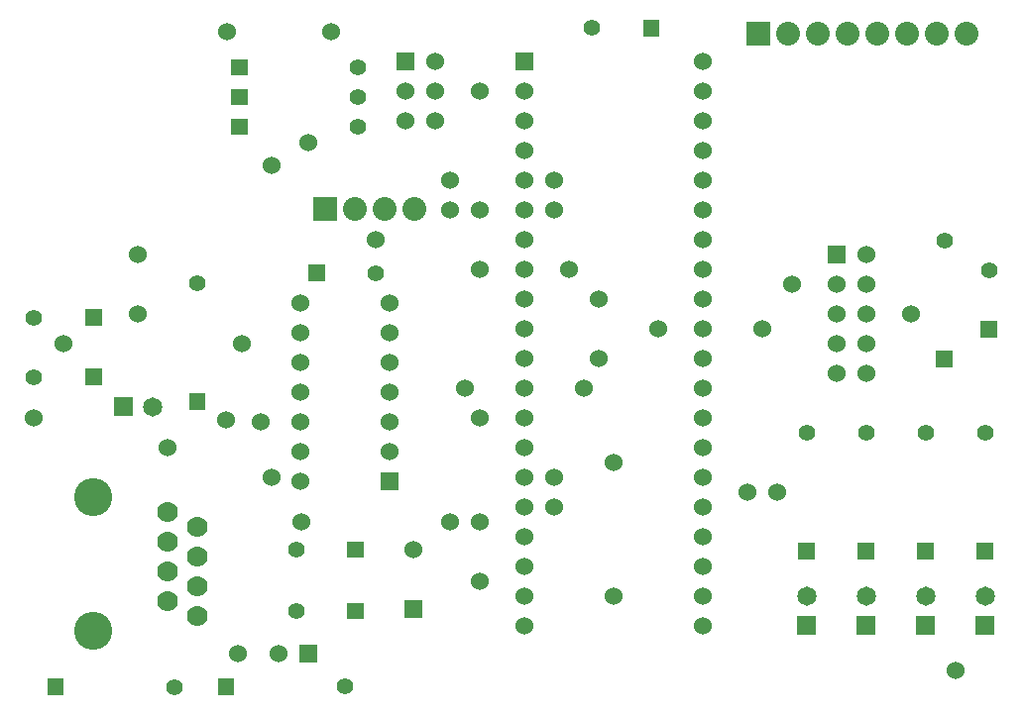
<source format=gbr>
G04 start of page 7 for group 5 idx 5 *
G04 Title: (unknown), signal1 *
G04 Creator: pcb 20100929 *
G04 CreationDate: Thu 24 Nov 2011 04:56:09 PM GMT UTC *
G04 For: andy *
G04 Format: Gerber/RS-274X *
G04 PCB-Dimensions: 346457 244094 *
G04 PCB-Coordinate-Origin: lower left *
%MOIN*%
%FSLAX25Y25*%
%LNGROUP5*%
%ADD13C,0.0200*%
%ADD14C,0.0550*%
%ADD15C,0.0800*%
%ADD16C,0.0600*%
%ADD17C,0.0700*%
%ADD18C,0.1280*%
%ADD19C,0.0650*%
%ADD24C,0.0300*%
%ADD25C,0.0150*%
%ADD26C,0.0380*%
%ADD27C,0.0430*%
%ADD28C,0.0280*%
%ADD29C,0.0350*%
G54D13*G36*
X76502Y199639D02*Y194139D01*
X82002D01*
Y199639D01*
X76502D01*
G37*
G54D14*X119252Y196889D03*
G54D13*G36*
X104110Y173291D02*Y165291D01*
X112110D01*
Y173291D01*
X104110D01*
G37*
G54D15*X118110Y169291D03*
X128110D03*
X138110D03*
G54D13*G36*
X76502Y209639D02*Y204139D01*
X82002D01*
Y209639D01*
X76502D01*
G37*
G54D14*X119252Y206889D03*
G54D16*X135000Y209094D03*
X145000D03*
X135000Y199094D03*
X145000D03*
G54D13*G36*
X76502Y219639D02*Y214139D01*
X82002D01*
Y219639D01*
X76502D01*
G37*
G54D14*X119252Y216889D03*
G54D13*G36*
X132000Y222094D02*Y216094D01*
X138000D01*
Y222094D01*
X132000D01*
G37*
G54D16*X145000Y219094D03*
G54D17*X55118Y67243D03*
X65118Y62243D03*
X55118Y57243D03*
G54D18*X30118Y72243D03*
G54D13*G36*
X27486Y135505D02*Y130005D01*
X32986D01*
Y135505D01*
X27486D01*
G37*
G54D14*X10236Y132755D03*
G54D13*G36*
X27486Y115505D02*Y110005D01*
X32986D01*
Y115505D01*
X27486D01*
G37*
G54D14*X10236Y112755D03*
G54D18*X30118Y27243D03*
G54D13*G36*
X14691Y11182D02*Y5682D01*
X20191D01*
Y11182D01*
X14691D01*
G37*
G54D14*X57441Y8432D03*
G54D13*G36*
X36986Y106005D02*Y99505D01*
X43486D01*
Y106005D01*
X36986D01*
G37*
G54D19*X50236Y102755D03*
G54D13*G36*
X62367Y107198D02*Y101698D01*
X67867D01*
Y107198D01*
X62367D01*
G37*
G54D14*X65117Y144448D03*
G54D13*G36*
X134636Y37645D02*Y31645D01*
X140636D01*
Y37645D01*
X134636D01*
G37*
G54D16*X137636Y54645D03*
G54D13*G36*
X115596Y36647D02*Y31147D01*
X121096D01*
Y36647D01*
X115596D01*
G37*
G54D17*X65118Y52243D03*
X55118Y47243D03*
X65118Y42243D03*
X55118Y37243D03*
X65118Y32243D03*
G54D14*X98346Y33897D03*
G54D13*G36*
X115596Y57395D02*Y51895D01*
X121096D01*
Y57395D01*
X115596D01*
G37*
G54D14*X98346Y54645D03*
G54D13*G36*
X126842Y80519D02*Y74519D01*
X132842D01*
Y80519D01*
X126842D01*
G37*
G54D16*X99842Y77519D03*
G54D13*G36*
X99362Y22685D02*Y16685D01*
X105362D01*
Y22685D01*
X99362D01*
G37*
G54D14*X114803Y8511D03*
G54D16*X92362Y19685D03*
G54D13*G36*
X72053Y11261D02*Y5761D01*
X77553D01*
Y11261D01*
X72053D01*
G37*
G54D16*X129842Y87519D03*
Y97519D03*
Y107519D03*
Y117519D03*
Y127519D03*
Y137519D03*
X99842D03*
Y127519D03*
G54D13*G36*
X102486Y150505D02*Y145005D01*
X107986D01*
Y150505D01*
X102486D01*
G37*
G54D14*X125236Y147755D03*
G54D16*X99842Y117519D03*
Y107519D03*
Y97519D03*
Y87519D03*
G54D14*X270000Y94094D03*
G54D13*G36*
X277000Y157094D02*Y151094D01*
X283000D01*
Y157094D01*
X277000D01*
G37*
G54D16*X290000Y154094D03*
X280000Y144094D03*
Y134094D03*
Y124094D03*
Y114094D03*
X290000Y144094D03*
Y134094D03*
Y124094D03*
Y114094D03*
G54D13*G36*
X286750Y32344D02*Y25844D01*
X293250D01*
Y32344D01*
X286750D01*
G37*
G54D19*X290000Y39094D03*
G54D13*G36*
X287250Y56844D02*Y51344D01*
X292750D01*
Y56844D01*
X287250D01*
G37*
G36*
X327250D02*Y51344D01*
X332750D01*
Y56844D01*
X327250D01*
G37*
G36*
X326750Y32344D02*Y25844D01*
X333250D01*
Y32344D01*
X326750D01*
G37*
G54D19*X330000Y39094D03*
G54D13*G36*
X328549Y131490D02*Y125990D01*
X334049D01*
Y131490D01*
X328549D01*
G37*
G54D14*X331299Y148740D03*
X330000Y94094D03*
X310000D03*
X290000D03*
G54D13*G36*
X307250Y56844D02*Y51344D01*
X312750D01*
Y56844D01*
X307250D01*
G37*
G36*
X313549Y121490D02*Y115990D01*
X319049D01*
Y121490D01*
X313549D01*
G37*
G54D14*X316299Y158740D03*
G54D13*G36*
X306750Y32344D02*Y25844D01*
X313250D01*
Y32344D01*
X306750D01*
G37*
G54D19*X310000Y39094D03*
G54D13*G36*
X266750Y32344D02*Y25844D01*
X273250D01*
Y32344D01*
X266750D01*
G37*
G54D19*X270000Y39094D03*
G54D13*G36*
X267250Y56844D02*Y51344D01*
X272750D01*
Y56844D01*
X267250D01*
G37*
G54D16*X235000Y29094D03*
Y39094D03*
Y49094D03*
Y59094D03*
Y69094D03*
G54D13*G36*
X249780Y232346D02*Y224346D01*
X257780D01*
Y232346D01*
X249780D01*
G37*
G54D15*X263780Y228346D03*
X273780D03*
X283780D03*
X293780D03*
X303780D03*
X313780D03*
X323780D03*
G54D13*G36*
X215124Y232907D02*Y227407D01*
X220624D01*
Y232907D01*
X215124D01*
G37*
G54D14*X197874Y230157D03*
G54D13*G36*
X172000Y222094D02*Y216094D01*
X178000D01*
Y222094D01*
X172000D01*
G37*
G54D16*X175000Y209094D03*
Y199094D03*
Y189094D03*
Y179094D03*
Y169094D03*
Y159094D03*
Y149094D03*
Y139094D03*
Y129094D03*
Y119094D03*
Y109094D03*
Y99094D03*
Y89094D03*
Y79094D03*
Y69094D03*
Y59094D03*
Y49094D03*
Y39094D03*
Y29094D03*
X235000Y79094D03*
Y89094D03*
Y99094D03*
Y109094D03*
Y119094D03*
Y129094D03*
Y139094D03*
Y149094D03*
Y159094D03*
Y169094D03*
Y179094D03*
Y189094D03*
Y199094D03*
Y209094D03*
Y219094D03*
X205000Y39094D03*
X150000Y64094D03*
X160000D03*
Y44094D03*
X250000Y74094D03*
X205000Y84094D03*
X185000Y79094D03*
X90000D03*
X55000Y89094D03*
X10000Y99094D03*
X86575Y97519D03*
X74803Y98425D03*
X185000Y69094D03*
X78740Y19685D03*
X100000Y64094D03*
X320000Y14094D03*
X305000Y134094D03*
X260000Y74094D03*
X255000Y129094D03*
X80000Y124094D03*
X20000D03*
X220000Y129094D03*
X110000Y229094D03*
X102440Y191654D03*
X75000Y229094D03*
X90000Y184094D03*
X125000Y159094D03*
X45000Y134094D03*
Y154094D03*
X185000Y169094D03*
Y179094D03*
X265000Y144094D03*
X160000Y99094D03*
X155000Y109094D03*
X160000Y209094D03*
X200000Y139094D03*
Y119094D03*
X195000Y109094D03*
X150000Y179094D03*
X160000Y149094D03*
X150000Y169094D03*
X160000D03*
X190000Y149094D03*
G54D24*G54D25*G54D24*G54D26*G54D24*G54D26*G54D24*G54D18*G54D24*G54D18*G54D24*G54D27*G54D24*G54D28*G54D24*G54D28*G54D26*G54D24*G54D26*G54D24*G54D28*G54D24*G54D28*G54D24*G54D26*G54D27*G54D24*G54D27*G54D24*G54D27*G54D24*G54D28*G54D25*G54D24*G54D28*G54D29*M02*

</source>
